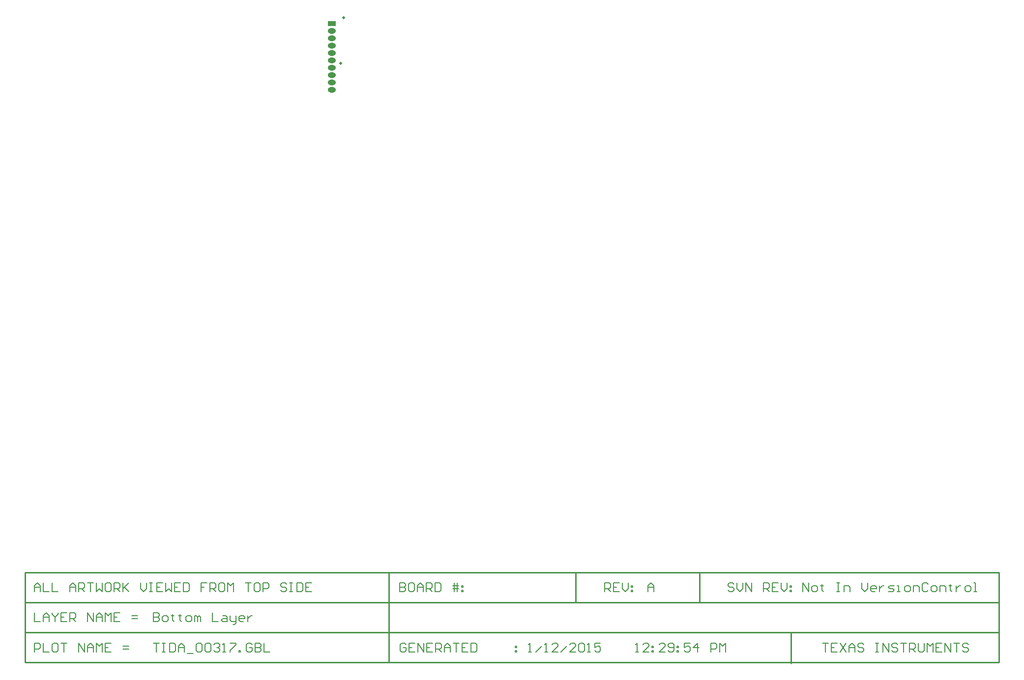
<source format=gbl>
%FSAX25Y25*%
%MOIN*%
G70*
G01*
G75*
G04 Layer_Physical_Order=4*
G04 Layer_Color=16711680*
%ADD10C,0.00800*%
%ADD11C,0.01000*%
%ADD12R,0.05500X0.03800*%
%ADD13O,0.05500X0.03800*%
%ADD14C,0.02000*%
%ADD15C,0.01200*%
%ADD16R,0.39370X0.23622*%
%ADD17R,3.14961X0.23622*%
%ADD18C,0.02000*%
%ADD19R,4.01575X0.31496*%
%ADD20R,4.01575X0.31496*%
G54D10*
X0126900Y0073549D02*
Y0067551D01*
X0129899D01*
X0130899Y0068550D01*
Y0069550D01*
X0129899Y0070550D01*
X0126900D01*
X0129899D01*
X0130899Y0071549D01*
Y0072549D01*
X0129899Y0073549D01*
X0126900D01*
X0133898Y0067551D02*
X0135897D01*
X0136897Y0068550D01*
Y0070550D01*
X0135897Y0071549D01*
X0133898D01*
X0132898Y0070550D01*
Y0068550D01*
X0133898Y0067551D01*
X0139896Y0072549D02*
Y0071549D01*
X0138896D01*
X0140895D01*
X0139896D01*
Y0068550D01*
X0140895Y0067551D01*
X0144894Y0072549D02*
Y0071549D01*
X0143895D01*
X0145894D01*
X0144894D01*
Y0068550D01*
X0145894Y0067551D01*
X0149893D02*
X0151892D01*
X0152892Y0068550D01*
Y0070550D01*
X0151892Y0071549D01*
X0149893D01*
X0148893Y0070550D01*
Y0068550D01*
X0149893Y0067551D01*
X0154891D02*
Y0071549D01*
X0155891D01*
X0156890Y0070550D01*
Y0067551D01*
Y0070550D01*
X0157890Y0071549D01*
X0158890Y0070550D01*
Y0067551D01*
X0166887Y0073549D02*
Y0067551D01*
X0170886D01*
X0173885Y0071549D02*
X0175884D01*
X0176884Y0070550D01*
Y0067551D01*
X0173885D01*
X0172885Y0068550D01*
X0173885Y0069550D01*
X0176884D01*
X0178883Y0071549D02*
Y0068550D01*
X0179883Y0067551D01*
X0182882D01*
Y0066551D01*
X0181882Y0065551D01*
X0180883D01*
X0182882Y0067551D02*
Y0071549D01*
X0187880Y0067551D02*
X0185881D01*
X0184881Y0068550D01*
Y0070550D01*
X0185881Y0071549D01*
X0187880D01*
X0188880Y0070550D01*
Y0069550D01*
X0184881D01*
X0190879Y0071549D02*
Y0067551D01*
Y0069550D01*
X0191879Y0070550D01*
X0192879Y0071549D01*
X0193878D01*
X0567400Y0087833D02*
Y0093831D01*
X0571399Y0087833D01*
Y0093831D01*
X0574398Y0087833D02*
X0576397D01*
X0577397Y0088833D01*
Y0090832D01*
X0576397Y0091832D01*
X0574398D01*
X0573398Y0090832D01*
Y0088833D01*
X0574398Y0087833D01*
X0580396Y0092832D02*
Y0091832D01*
X0579396D01*
X0581395D01*
X0580396D01*
Y0088833D01*
X0581395Y0087833D01*
X0590393Y0093831D02*
X0592392D01*
X0591392D01*
Y0087833D01*
X0590393D01*
X0592392D01*
X0595391D02*
Y0091832D01*
X0598390D01*
X0599390Y0090832D01*
Y0087833D01*
X0607387Y0093831D02*
Y0089833D01*
X0609386Y0087833D01*
X0611386Y0089833D01*
Y0093831D01*
X0616384Y0087833D02*
X0614385D01*
X0613385Y0088833D01*
Y0090832D01*
X0614385Y0091832D01*
X0616384D01*
X0617384Y0090832D01*
Y0089833D01*
X0613385D01*
X0619383Y0091832D02*
Y0087833D01*
Y0089833D01*
X0620383Y0090832D01*
X0621383Y0091832D01*
X0622382D01*
X0625381Y0087833D02*
X0628380D01*
X0629380Y0088833D01*
X0628380Y0089833D01*
X0626381D01*
X0625381Y0090832D01*
X0626381Y0091832D01*
X0629380D01*
X0631379Y0087833D02*
X0633379D01*
X0632379D01*
Y0091832D01*
X0631379D01*
X0637377Y0087833D02*
X0639377D01*
X0640376Y0088833D01*
Y0090832D01*
X0639377Y0091832D01*
X0637377D01*
X0636378Y0090832D01*
Y0088833D01*
X0637377Y0087833D01*
X0642376D02*
Y0091832D01*
X0645375D01*
X0646374Y0090832D01*
Y0087833D01*
X0652373Y0092832D02*
X0651373Y0093831D01*
X0649373D01*
X0648374Y0092832D01*
Y0088833D01*
X0649373Y0087833D01*
X0651373D01*
X0652373Y0088833D01*
X0655372Y0087833D02*
X0657371D01*
X0658371Y0088833D01*
Y0090832D01*
X0657371Y0091832D01*
X0655372D01*
X0654372Y0090832D01*
Y0088833D01*
X0655372Y0087833D01*
X0660370D02*
Y0091832D01*
X0663369D01*
X0664369Y0090832D01*
Y0087833D01*
X0667368Y0092832D02*
Y0091832D01*
X0666368D01*
X0668367D01*
X0667368D01*
Y0088833D01*
X0668367Y0087833D01*
X0671366Y0091832D02*
Y0087833D01*
Y0089833D01*
X0672366Y0090832D01*
X0673366Y0091832D01*
X0674365D01*
X0678364Y0087833D02*
X0680364D01*
X0681363Y0088833D01*
Y0090832D01*
X0680364Y0091832D01*
X0678364D01*
X0677364Y0090832D01*
Y0088833D01*
X0678364Y0087833D01*
X0683362D02*
X0685362D01*
X0684362D01*
Y0093831D01*
X0683362D01*
X0520799Y0092832D02*
X0519799Y0093831D01*
X0517800D01*
X0516800Y0092832D01*
Y0091832D01*
X0517800Y0090832D01*
X0519799D01*
X0520799Y0089833D01*
Y0088833D01*
X0519799Y0087833D01*
X0517800D01*
X0516800Y0088833D01*
X0522798Y0093831D02*
Y0089833D01*
X0524797Y0087833D01*
X0526797Y0089833D01*
Y0093831D01*
X0528796Y0087833D02*
Y0093831D01*
X0532795Y0087833D01*
Y0093831D01*
X0540792Y0087833D02*
Y0093831D01*
X0543791D01*
X0544791Y0092832D01*
Y0090832D01*
X0543791Y0089833D01*
X0540792D01*
X0542792D02*
X0544791Y0087833D01*
X0550789Y0093831D02*
X0546790D01*
Y0087833D01*
X0550789D01*
X0546790Y0090832D02*
X0548790D01*
X0552788Y0093831D02*
Y0089833D01*
X0554788Y0087833D01*
X0556787Y0089833D01*
Y0093831D01*
X0558786Y0091832D02*
X0559786D01*
Y0090832D01*
X0558786D01*
Y0091832D01*
Y0088833D02*
X0559786D01*
Y0087833D01*
X0558786D01*
Y0088833D01*
X0433000Y0087833D02*
Y0093831D01*
X0435999D01*
X0436999Y0092832D01*
Y0090832D01*
X0435999Y0089833D01*
X0433000D01*
X0434999D02*
X0436999Y0087833D01*
X0442997Y0093831D02*
X0438998D01*
Y0087833D01*
X0442997D01*
X0438998Y0090832D02*
X0440997D01*
X0444996Y0093831D02*
Y0089833D01*
X0446995Y0087833D01*
X0448995Y0089833D01*
Y0093831D01*
X0450994Y0091832D02*
X0451994D01*
Y0090832D01*
X0450994D01*
Y0091832D01*
Y0088833D02*
X0451994D01*
Y0087833D01*
X0450994D01*
Y0088833D01*
X0126900Y0052965D02*
X0130899D01*
X0128899D01*
Y0046966D01*
X0132898Y0052965D02*
X0134897D01*
X0133898D01*
Y0046966D01*
X0132898D01*
X0134897D01*
X0137896Y0052965D02*
Y0046966D01*
X0140895D01*
X0141895Y0047966D01*
Y0051965D01*
X0140895Y0052965D01*
X0137896D01*
X0143895Y0046966D02*
Y0050965D01*
X0145894Y0052965D01*
X0147893Y0050965D01*
Y0046966D01*
Y0049966D01*
X0143895D01*
X0149893Y0045967D02*
X0153891D01*
X0155891Y0051965D02*
X0156890Y0052965D01*
X0158890D01*
X0159889Y0051965D01*
Y0047966D01*
X0158890Y0046966D01*
X0156890D01*
X0155891Y0047966D01*
Y0051965D01*
X0161889D02*
X0162888Y0052965D01*
X0164888D01*
X0165887Y0051965D01*
Y0047966D01*
X0164888Y0046966D01*
X0162888D01*
X0161889Y0047966D01*
Y0051965D01*
X0167887D02*
X0168886Y0052965D01*
X0170886D01*
X0171885Y0051965D01*
Y0050965D01*
X0170886Y0049966D01*
X0169886D01*
X0170886D01*
X0171885Y0048966D01*
Y0047966D01*
X0170886Y0046966D01*
X0168886D01*
X0167887Y0047966D01*
X0173885Y0046966D02*
X0175884D01*
X0174884D01*
Y0052965D01*
X0173885Y0051965D01*
X0178883Y0052965D02*
X0182882D01*
Y0051965D01*
X0178883Y0047966D01*
Y0046966D01*
X0184881D02*
Y0047966D01*
X0185881D01*
Y0046966D01*
X0184881D01*
X0193878Y0051965D02*
X0192879Y0052965D01*
X0190879D01*
X0189880Y0051965D01*
Y0047966D01*
X0190879Y0046966D01*
X0192879D01*
X0193878Y0047966D01*
Y0049966D01*
X0191879D01*
X0195878Y0052965D02*
Y0046966D01*
X0198877D01*
X0199876Y0047966D01*
Y0048966D01*
X0198877Y0049966D01*
X0195878D01*
X0198877D01*
X0199876Y0050965D01*
Y0051965D01*
X0198877Y0052965D01*
X0195878D01*
X0201876D02*
Y0046966D01*
X0205874D01*
X0381150D02*
X0383149D01*
X0382150D01*
Y0052965D01*
X0381150Y0051965D01*
X0386148Y0046966D02*
X0390147Y0050965D01*
X0392146Y0046966D02*
X0394146D01*
X0393146D01*
Y0052965D01*
X0392146Y0051965D01*
X0401144Y0046966D02*
X0397145D01*
X0401144Y0050965D01*
Y0051965D01*
X0400144Y0052965D01*
X0398145D01*
X0397145Y0051965D01*
X0403143Y0046966D02*
X0407142Y0050965D01*
X0413140Y0046966D02*
X0409141D01*
X0413140Y0050965D01*
Y0051965D01*
X0412140Y0052965D01*
X0410141D01*
X0409141Y0051965D01*
X0415139D02*
X0416139Y0052965D01*
X0418138D01*
X0419138Y0051965D01*
Y0047966D01*
X0418138Y0046966D01*
X0416139D01*
X0415139Y0047966D01*
Y0051965D01*
X0421137Y0046966D02*
X0423136D01*
X0422137D01*
Y0052965D01*
X0421137Y0051965D01*
X0430134Y0052965D02*
X0426135D01*
Y0049966D01*
X0428135Y0050965D01*
X0429135D01*
X0430134Y0049966D01*
Y0047966D01*
X0429135Y0046966D01*
X0427135D01*
X0426135Y0047966D01*
X0298199Y0051965D02*
X0297199Y0052965D01*
X0295200D01*
X0294200Y0051965D01*
Y0047966D01*
X0295200Y0046966D01*
X0297199D01*
X0298199Y0047966D01*
Y0049966D01*
X0296199D01*
X0304197Y0052965D02*
X0300198D01*
Y0046966D01*
X0304197D01*
X0300198Y0049966D02*
X0302197D01*
X0306196Y0046966D02*
Y0052965D01*
X0310195Y0046966D01*
Y0052965D01*
X0316193D02*
X0312194D01*
Y0046966D01*
X0316193D01*
X0312194Y0049966D02*
X0314194D01*
X0318192Y0046966D02*
Y0052965D01*
X0321191D01*
X0322191Y0051965D01*
Y0049966D01*
X0321191Y0048966D01*
X0318192D01*
X0320192D02*
X0322191Y0046966D01*
X0324190D02*
Y0050965D01*
X0326190Y0052965D01*
X0328189Y0050965D01*
Y0046966D01*
Y0049966D01*
X0324190D01*
X0330188Y0052965D02*
X0334187D01*
X0332188D01*
Y0046966D01*
X0340185Y0052965D02*
X0336186D01*
Y0046966D01*
X0340185D01*
X0336186Y0049966D02*
X0338186D01*
X0342184Y0052965D02*
Y0046966D01*
X0345183D01*
X0346183Y0047966D01*
Y0051965D01*
X0345183Y0052965D01*
X0342184D01*
X0372175Y0050965D02*
X0373175D01*
Y0049966D01*
X0372175D01*
Y0050965D01*
Y0047966D02*
X0373175D01*
Y0046966D01*
X0372175D01*
Y0047966D01*
X0046350Y0087833D02*
Y0091832D01*
X0048349Y0093831D01*
X0050349Y0091832D01*
Y0087833D01*
Y0090832D01*
X0046350D01*
X0052348Y0093831D02*
Y0087833D01*
X0056347D01*
X0058346Y0093831D02*
Y0087833D01*
X0062345D01*
X0070342D02*
Y0091832D01*
X0072342Y0093831D01*
X0074341Y0091832D01*
Y0087833D01*
Y0090832D01*
X0070342D01*
X0076340Y0087833D02*
Y0093831D01*
X0079339D01*
X0080339Y0092832D01*
Y0090832D01*
X0079339Y0089833D01*
X0076340D01*
X0078340D02*
X0080339Y0087833D01*
X0082338Y0093831D02*
X0086337D01*
X0084338D01*
Y0087833D01*
X0088336Y0093831D02*
Y0087833D01*
X0090336Y0089833D01*
X0092335Y0087833D01*
Y0093831D01*
X0097334D02*
X0095334D01*
X0094335Y0092832D01*
Y0088833D01*
X0095334Y0087833D01*
X0097334D01*
X0098333Y0088833D01*
Y0092832D01*
X0097334Y0093831D01*
X0100332Y0087833D02*
Y0093831D01*
X0103332D01*
X0104331Y0092832D01*
Y0090832D01*
X0103332Y0089833D01*
X0100332D01*
X0102332D02*
X0104331Y0087833D01*
X0106331Y0093831D02*
Y0087833D01*
Y0089833D01*
X0110329Y0093831D01*
X0107330Y0090832D01*
X0110329Y0087833D01*
X0118327Y0093831D02*
Y0089833D01*
X0120326Y0087833D01*
X0122325Y0089833D01*
Y0093831D01*
X0124325D02*
X0126324D01*
X0125324D01*
Y0087833D01*
X0124325D01*
X0126324D01*
X0133322Y0093831D02*
X0129323D01*
Y0087833D01*
X0133322D01*
X0129323Y0090832D02*
X0131323D01*
X0135321Y0093831D02*
Y0087833D01*
X0137321Y0089833D01*
X0139320Y0087833D01*
Y0093831D01*
X0145318D02*
X0141319D01*
Y0087833D01*
X0145318D01*
X0141319Y0090832D02*
X0143319D01*
X0147317Y0093831D02*
Y0087833D01*
X0150316D01*
X0151316Y0088833D01*
Y0092832D01*
X0150316Y0093831D01*
X0147317D01*
X0163312D02*
X0159313D01*
Y0090832D01*
X0161313D01*
X0159313D01*
Y0087833D01*
X0165312D02*
Y0093831D01*
X0168310D01*
X0169310Y0092832D01*
Y0090832D01*
X0168310Y0089833D01*
X0165312D01*
X0167311D02*
X0169310Y0087833D01*
X0174309Y0093831D02*
X0172309D01*
X0171310Y0092832D01*
Y0088833D01*
X0172309Y0087833D01*
X0174309D01*
X0175308Y0088833D01*
Y0092832D01*
X0174309Y0093831D01*
X0177308Y0087833D02*
Y0093831D01*
X0179307Y0091832D01*
X0181306Y0093831D01*
Y0087833D01*
X0189304Y0093831D02*
X0193303D01*
X0191303D01*
Y0087833D01*
X0198301Y0093831D02*
X0196301D01*
X0195302Y0092832D01*
Y0088833D01*
X0196301Y0087833D01*
X0198301D01*
X0199301Y0088833D01*
Y0092832D01*
X0198301Y0093831D01*
X0201300Y0087833D02*
Y0093831D01*
X0204299D01*
X0205299Y0092832D01*
Y0090832D01*
X0204299Y0089833D01*
X0201300D01*
X0217295Y0092832D02*
X0216295Y0093831D01*
X0214296D01*
X0213296Y0092832D01*
Y0091832D01*
X0214296Y0090832D01*
X0216295D01*
X0217295Y0089833D01*
Y0088833D01*
X0216295Y0087833D01*
X0214296D01*
X0213296Y0088833D01*
X0219294Y0093831D02*
X0221293D01*
X0220294D01*
Y0087833D01*
X0219294D01*
X0221293D01*
X0224292Y0093831D02*
Y0087833D01*
X0227291D01*
X0228291Y0088833D01*
Y0092832D01*
X0227291Y0093831D01*
X0224292D01*
X0234289D02*
X0230291D01*
Y0087833D01*
X0234289D01*
X0230291Y0090832D02*
X0232290D01*
X0462150Y0087833D02*
Y0091832D01*
X0464149Y0093831D01*
X0466149Y0091832D01*
Y0087833D01*
Y0090832D01*
X0462150D01*
X0294000Y0093831D02*
Y0087833D01*
X0296999D01*
X0297999Y0088833D01*
Y0089833D01*
X0296999Y0090832D01*
X0294000D01*
X0296999D01*
X0297999Y0091832D01*
Y0092832D01*
X0296999Y0093831D01*
X0294000D01*
X0302997D02*
X0300998D01*
X0299998Y0092832D01*
Y0088833D01*
X0300998Y0087833D01*
X0302997D01*
X0303997Y0088833D01*
Y0092832D01*
X0302997Y0093831D01*
X0305996Y0087833D02*
Y0091832D01*
X0307996Y0093831D01*
X0309995Y0091832D01*
Y0087833D01*
Y0090832D01*
X0305996D01*
X0311994Y0087833D02*
Y0093831D01*
X0314993D01*
X0315993Y0092832D01*
Y0090832D01*
X0314993Y0089833D01*
X0311994D01*
X0313994D02*
X0315993Y0087833D01*
X0317992Y0093831D02*
Y0087833D01*
X0320991D01*
X0321991Y0088833D01*
Y0092832D01*
X0320991Y0093831D01*
X0317992D01*
X0330988Y0087833D02*
Y0093831D01*
X0332987D02*
Y0087833D01*
X0329988Y0091832D02*
X0332987D01*
X0333987D01*
X0329988Y0089833D02*
X0333987D01*
X0335986Y0091832D02*
X0336986D01*
Y0090832D01*
X0335986D01*
Y0091832D01*
Y0088833D02*
X0336986D01*
Y0087833D01*
X0335986D01*
Y0088833D01*
X0046350Y0073549D02*
Y0067551D01*
X0050349D01*
X0052348D02*
Y0071549D01*
X0054347Y0073549D01*
X0056347Y0071549D01*
Y0067551D01*
Y0070550D01*
X0052348D01*
X0058346Y0073549D02*
Y0072549D01*
X0060346Y0070550D01*
X0062345Y0072549D01*
Y0073549D01*
X0060346Y0070550D02*
Y0067551D01*
X0068343Y0073549D02*
X0064344D01*
Y0067551D01*
X0068343D01*
X0064344Y0070550D02*
X0066343D01*
X0070342Y0067551D02*
Y0073549D01*
X0073341D01*
X0074341Y0072549D01*
Y0070550D01*
X0073341Y0069550D01*
X0070342D01*
X0072342D02*
X0074341Y0067551D01*
X0082338D02*
Y0073549D01*
X0086337Y0067551D01*
Y0073549D01*
X0088336Y0067551D02*
Y0071549D01*
X0090336Y0073549D01*
X0092335Y0071549D01*
Y0067551D01*
Y0070550D01*
X0088336D01*
X0094335Y0067551D02*
Y0073549D01*
X0096334Y0071549D01*
X0098333Y0073549D01*
Y0067551D01*
X0104331Y0073549D02*
X0100332D01*
Y0067551D01*
X0104331D01*
X0100332Y0070550D02*
X0102332D01*
X0112329Y0069550D02*
X0116327D01*
X0112329Y0071549D02*
X0116327D01*
X0046350Y0046966D02*
Y0052965D01*
X0049349D01*
X0050349Y0051965D01*
Y0049966D01*
X0049349Y0048966D01*
X0046350D01*
X0052348Y0052965D02*
Y0046966D01*
X0056347D01*
X0061345Y0052965D02*
X0059346D01*
X0058346Y0051965D01*
Y0047966D01*
X0059346Y0046966D01*
X0061345D01*
X0062345Y0047966D01*
Y0051965D01*
X0061345Y0052965D01*
X0064344D02*
X0068343D01*
X0066343D01*
Y0046966D01*
X0076340D02*
Y0052965D01*
X0080339Y0046966D01*
Y0052965D01*
X0082338Y0046966D02*
Y0050965D01*
X0084338Y0052965D01*
X0086337Y0050965D01*
Y0046966D01*
Y0049966D01*
X0082338D01*
X0088336Y0046966D02*
Y0052965D01*
X0090336Y0050965D01*
X0092335Y0052965D01*
Y0046966D01*
X0098333Y0052965D02*
X0094335D01*
Y0046966D01*
X0098333D01*
X0094335Y0049966D02*
X0096334D01*
X0106331Y0048966D02*
X0110329D01*
X0106331Y0050965D02*
X0110329D01*
X0454050Y0046966D02*
X0456049D01*
X0455050D01*
Y0052965D01*
X0454050Y0051965D01*
X0463047Y0046966D02*
X0459048D01*
X0463047Y0050965D01*
Y0051965D01*
X0462047Y0052965D01*
X0460048D01*
X0459048Y0051965D01*
X0465046Y0050965D02*
X0466046D01*
Y0049966D01*
X0465046D01*
Y0050965D01*
Y0047966D02*
X0466046D01*
Y0046966D01*
X0465046D01*
Y0047966D01*
X0474044Y0046966D02*
X0470045D01*
X0474044Y0050965D01*
Y0051965D01*
X0473044Y0052965D01*
X0471044D01*
X0470045Y0051965D01*
X0476043Y0047966D02*
X0477043Y0046966D01*
X0479042D01*
X0480042Y0047966D01*
Y0051965D01*
X0479042Y0052965D01*
X0477043D01*
X0476043Y0051965D01*
Y0050965D01*
X0477043Y0049966D01*
X0480042D01*
X0482041Y0050965D02*
X0483041D01*
Y0049966D01*
X0482041D01*
Y0050965D01*
Y0047966D02*
X0483041D01*
Y0046966D01*
X0482041D01*
Y0047966D01*
X0491038Y0052965D02*
X0487039D01*
Y0049966D01*
X0489039Y0050965D01*
X0490038D01*
X0491038Y0049966D01*
Y0047966D01*
X0490038Y0046966D01*
X0488039D01*
X0487039Y0047966D01*
X0496036Y0046966D02*
Y0052965D01*
X0493037Y0049966D01*
X0497036D01*
X0505033Y0046966D02*
Y0052965D01*
X0508033D01*
X0509032Y0051965D01*
Y0049966D01*
X0508033Y0048966D01*
X0505033D01*
X0511032Y0046966D02*
Y0052965D01*
X0513031Y0050965D01*
X0515030Y0052965D01*
Y0046966D01*
X0580500Y0052965D02*
X0584499D01*
X0582499D01*
Y0046966D01*
X0590497Y0052965D02*
X0586498D01*
Y0046966D01*
X0590497D01*
X0586498Y0049966D02*
X0588497D01*
X0592496Y0052965D02*
X0596495Y0046966D01*
Y0052965D02*
X0592496Y0046966D01*
X0598494D02*
Y0050965D01*
X0600493Y0052965D01*
X0602493Y0050965D01*
Y0046966D01*
Y0049966D01*
X0598494D01*
X0608491Y0051965D02*
X0607491Y0052965D01*
X0605492D01*
X0604492Y0051965D01*
Y0050965D01*
X0605492Y0049966D01*
X0607491D01*
X0608491Y0048966D01*
Y0047966D01*
X0607491Y0046966D01*
X0605492D01*
X0604492Y0047966D01*
X0616488Y0052965D02*
X0618488D01*
X0617488D01*
Y0046966D01*
X0616488D01*
X0618488D01*
X0621487D02*
Y0052965D01*
X0625486Y0046966D01*
Y0052965D01*
X0631484Y0051965D02*
X0630484Y0052965D01*
X0628484D01*
X0627485Y0051965D01*
Y0050965D01*
X0628484Y0049966D01*
X0630484D01*
X0631484Y0048966D01*
Y0047966D01*
X0630484Y0046966D01*
X0628484D01*
X0627485Y0047966D01*
X0633483Y0052965D02*
X0637482D01*
X0635482D01*
Y0046966D01*
X0639481D02*
Y0052965D01*
X0642480D01*
X0643480Y0051965D01*
Y0049966D01*
X0642480Y0048966D01*
X0639481D01*
X0641480D02*
X0643480Y0046966D01*
X0645479Y0052965D02*
Y0047966D01*
X0646479Y0046966D01*
X0648478D01*
X0649478Y0047966D01*
Y0052965D01*
X0651477Y0046966D02*
Y0052965D01*
X0653476Y0050965D01*
X0655476Y0052965D01*
Y0046966D01*
X0661474Y0052965D02*
X0657475D01*
Y0046966D01*
X0661474D01*
X0657475Y0049966D02*
X0659474D01*
X0663473Y0046966D02*
Y0052965D01*
X0667472Y0046966D01*
Y0052965D01*
X0669471D02*
X0673470D01*
X0671471D01*
Y0046966D01*
X0679468Y0051965D02*
X0678468Y0052965D01*
X0676469D01*
X0675469Y0051965D01*
Y0050965D01*
X0676469Y0049966D01*
X0678468D01*
X0679468Y0048966D01*
Y0047966D01*
X0678468Y0046966D01*
X0676469D01*
X0675469Y0047966D01*
G54D11*
X0497200Y0080717D02*
Y0101050D01*
X0413200Y0080717D02*
Y0101050D01*
X0040000Y0080717D02*
X0700200D01*
X0040000Y0060383D02*
X0700000D01*
X0040000Y0040050D02*
X0440500D01*
X0040050Y0101050D02*
X0700200D01*
X0040050Y0040050D02*
Y0101050D01*
Y0040050D02*
X0197600D01*
X0040000D02*
Y0101050D01*
X0286500Y0040050D02*
Y0101050D01*
X0700200Y0040050D02*
Y0101050D01*
X0440500Y0040050D02*
X0700200D01*
X0559400Y0039400D02*
Y0059683D01*
G54D12*
X0247838Y0473677D02*
D03*
G54D13*
Y0468677D02*
D03*
Y0463677D02*
D03*
Y0458677D02*
D03*
Y0453677D02*
D03*
Y0448677D02*
D03*
Y0443677D02*
D03*
Y0438677D02*
D03*
Y0433677D02*
D03*
Y0428677D02*
D03*
G54D14*
X0255916Y0477677D02*
D03*
X0253916Y0446677D02*
D03*
M02*

</source>
